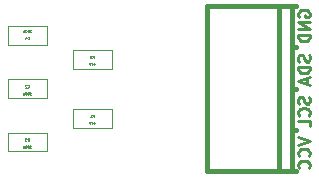
<source format=gbr>
G04 #@! TF.GenerationSoftware,KiCad,Pcbnew,(5.0.0)*
G04 #@! TF.CreationDate,2019-11-27T07:53:08+01:00*
G04 #@! TF.ProjectId,hexagon,68657861676F6E2E6B696361645F7063,rev?*
G04 #@! TF.SameCoordinates,Original*
G04 #@! TF.FileFunction,Legend,Bot*
G04 #@! TF.FilePolarity,Positive*
%FSLAX46Y46*%
G04 Gerber Fmt 4.6, Leading zero omitted, Abs format (unit mm)*
G04 Created by KiCad (PCBNEW (5.0.0)) date 11/27/19 07:53:08*
%MOMM*%
%LPD*%
G01*
G04 APERTURE LIST*
%ADD10C,0.001000*%
%ADD11C,0.381000*%
%ADD12C,0.050000*%
%ADD13C,0.250000*%
G04 APERTURE END LIST*
D10*
G04 #@! TO.C,C5*
X81651000Y-37775100D02*
X78349000Y-37775100D01*
X81651000Y-36174900D02*
X81651000Y-37775100D01*
X78349000Y-36174900D02*
X81651000Y-36174900D01*
X78349000Y-37775100D02*
X78349000Y-36174900D01*
G04 #@! TO.C,R1*
X83849000Y-35775100D02*
X83849000Y-34174900D01*
X83849000Y-34174900D02*
X87151000Y-34174900D01*
X87151000Y-34174900D02*
X87151000Y-35775100D01*
X87151000Y-35775100D02*
X83849000Y-35775100D01*
G04 #@! TO.C,C4*
X81651000Y-27174900D02*
X81651000Y-28775100D01*
X81651000Y-28775100D02*
X78349000Y-28775100D01*
X78349000Y-28775100D02*
X78349000Y-27174900D01*
X78349000Y-27174900D02*
X81651000Y-27174900D01*
G04 #@! TO.C,R2*
X87151000Y-30775100D02*
X83849000Y-30775100D01*
X87151000Y-29174900D02*
X87151000Y-30775100D01*
X83849000Y-29174900D02*
X87151000Y-29174900D01*
X83849000Y-30775100D02*
X83849000Y-29174900D01*
G04 #@! TO.C,C2*
X78349000Y-33275100D02*
X78349000Y-31674900D01*
X78349000Y-31674900D02*
X81651000Y-31674900D01*
X81651000Y-31674900D02*
X81651000Y-33275100D01*
X81651000Y-33275100D02*
X78349000Y-33275100D01*
D11*
G04 #@! TO.C,J5*
X95200000Y-39475000D02*
X95200000Y-25475000D01*
X102800000Y-39475000D02*
X95200000Y-39475000D01*
X95200000Y-25475000D02*
X102800000Y-25475000D01*
X102400000Y-25475000D02*
X102400000Y-39475000D01*
X101300000Y-25475000D02*
X101300000Y-39475000D01*
X102400000Y-35975000D02*
X102800000Y-35975000D01*
X102400000Y-32475000D02*
X102800000Y-32475000D01*
X102400000Y-28975000D02*
X102800000Y-28975000D01*
G04 #@! TO.C,C5*
D12*
X80033333Y-36846428D02*
X80042857Y-36855952D01*
X80071428Y-36865476D01*
X80090476Y-36865476D01*
X80119047Y-36855952D01*
X80138095Y-36836904D01*
X80147619Y-36817857D01*
X80157142Y-36779761D01*
X80157142Y-36751190D01*
X80147619Y-36713095D01*
X80138095Y-36694047D01*
X80119047Y-36675000D01*
X80090476Y-36665476D01*
X80071428Y-36665476D01*
X80042857Y-36675000D01*
X80033333Y-36684523D01*
X79852380Y-36665476D02*
X79947619Y-36665476D01*
X79957142Y-36760714D01*
X79947619Y-36751190D01*
X79928571Y-36741666D01*
X79880952Y-36741666D01*
X79861904Y-36751190D01*
X79852380Y-36760714D01*
X79842857Y-36779761D01*
X79842857Y-36827380D01*
X79852380Y-36846428D01*
X79861904Y-36855952D01*
X79880952Y-36865476D01*
X79928571Y-36865476D01*
X79947619Y-36855952D01*
X79957142Y-36846428D01*
X80223809Y-37465476D02*
X80338095Y-37465476D01*
X80280952Y-37465476D02*
X80280952Y-37265476D01*
X80300000Y-37294047D01*
X80319047Y-37313095D01*
X80338095Y-37322619D01*
X80100000Y-37265476D02*
X80080952Y-37265476D01*
X80061904Y-37275000D01*
X80052380Y-37284523D01*
X80042857Y-37303571D01*
X80033333Y-37341666D01*
X80033333Y-37389285D01*
X80042857Y-37427380D01*
X80052380Y-37446428D01*
X80061904Y-37455952D01*
X80080952Y-37465476D01*
X80100000Y-37465476D01*
X80119047Y-37455952D01*
X80128571Y-37446428D01*
X80138095Y-37427380D01*
X80147619Y-37389285D01*
X80147619Y-37341666D01*
X80138095Y-37303571D01*
X80128571Y-37284523D01*
X80119047Y-37275000D01*
X80100000Y-37265476D01*
X79909523Y-37265476D02*
X79890476Y-37265476D01*
X79871428Y-37275000D01*
X79861904Y-37284523D01*
X79852380Y-37303571D01*
X79842857Y-37341666D01*
X79842857Y-37389285D01*
X79852380Y-37427380D01*
X79861904Y-37446428D01*
X79871428Y-37455952D01*
X79890476Y-37465476D01*
X79909523Y-37465476D01*
X79928571Y-37455952D01*
X79938095Y-37446428D01*
X79947619Y-37427380D01*
X79957142Y-37389285D01*
X79957142Y-37341666D01*
X79947619Y-37303571D01*
X79938095Y-37284523D01*
X79928571Y-37275000D01*
X79909523Y-37265476D01*
X79757142Y-37332142D02*
X79757142Y-37465476D01*
X79757142Y-37351190D02*
X79747619Y-37341666D01*
X79728571Y-37332142D01*
X79700000Y-37332142D01*
X79680952Y-37341666D01*
X79671428Y-37360714D01*
X79671428Y-37465476D01*
G04 #@! TO.C,R1*
X85533333Y-34865476D02*
X85600000Y-34770238D01*
X85647619Y-34865476D02*
X85647619Y-34665476D01*
X85571428Y-34665476D01*
X85552380Y-34675000D01*
X85542857Y-34684523D01*
X85533333Y-34703571D01*
X85533333Y-34732142D01*
X85542857Y-34751190D01*
X85552380Y-34760714D01*
X85571428Y-34770238D01*
X85647619Y-34770238D01*
X85342857Y-34865476D02*
X85457142Y-34865476D01*
X85400000Y-34865476D02*
X85400000Y-34665476D01*
X85419047Y-34694047D01*
X85438095Y-34713095D01*
X85457142Y-34722619D01*
X85638095Y-35332142D02*
X85638095Y-35465476D01*
X85685714Y-35255952D02*
X85733333Y-35398809D01*
X85609523Y-35398809D01*
X85533333Y-35465476D02*
X85533333Y-35265476D01*
X85514285Y-35389285D02*
X85457142Y-35465476D01*
X85457142Y-35332142D02*
X85533333Y-35408333D01*
X85390476Y-35265476D02*
X85257142Y-35265476D01*
X85342857Y-35465476D01*
G04 #@! TO.C,C4*
X80033333Y-28246428D02*
X80042857Y-28255952D01*
X80071428Y-28265476D01*
X80090476Y-28265476D01*
X80119047Y-28255952D01*
X80138095Y-28236904D01*
X80147619Y-28217857D01*
X80157142Y-28179761D01*
X80157142Y-28151190D01*
X80147619Y-28113095D01*
X80138095Y-28094047D01*
X80119047Y-28075000D01*
X80090476Y-28065476D01*
X80071428Y-28065476D01*
X80042857Y-28075000D01*
X80033333Y-28084523D01*
X79861904Y-28132142D02*
X79861904Y-28265476D01*
X79909523Y-28055952D02*
X79957142Y-28198809D01*
X79833333Y-28198809D01*
X80223809Y-27665476D02*
X80338095Y-27665476D01*
X80280952Y-27665476D02*
X80280952Y-27465476D01*
X80300000Y-27494047D01*
X80319047Y-27513095D01*
X80338095Y-27522619D01*
X80100000Y-27465476D02*
X80080952Y-27465476D01*
X80061904Y-27475000D01*
X80052380Y-27484523D01*
X80042857Y-27503571D01*
X80033333Y-27541666D01*
X80033333Y-27589285D01*
X80042857Y-27627380D01*
X80052380Y-27646428D01*
X80061904Y-27655952D01*
X80080952Y-27665476D01*
X80100000Y-27665476D01*
X80119047Y-27655952D01*
X80128571Y-27646428D01*
X80138095Y-27627380D01*
X80147619Y-27589285D01*
X80147619Y-27541666D01*
X80138095Y-27503571D01*
X80128571Y-27484523D01*
X80119047Y-27475000D01*
X80100000Y-27465476D01*
X79909523Y-27465476D02*
X79890476Y-27465476D01*
X79871428Y-27475000D01*
X79861904Y-27484523D01*
X79852380Y-27503571D01*
X79842857Y-27541666D01*
X79842857Y-27589285D01*
X79852380Y-27627380D01*
X79861904Y-27646428D01*
X79871428Y-27655952D01*
X79890476Y-27665476D01*
X79909523Y-27665476D01*
X79928571Y-27655952D01*
X79938095Y-27646428D01*
X79947619Y-27627380D01*
X79957142Y-27589285D01*
X79957142Y-27541666D01*
X79947619Y-27503571D01*
X79938095Y-27484523D01*
X79928571Y-27475000D01*
X79909523Y-27465476D01*
X79757142Y-27532142D02*
X79757142Y-27665476D01*
X79757142Y-27551190D02*
X79747619Y-27541666D01*
X79728571Y-27532142D01*
X79700000Y-27532142D01*
X79680952Y-27541666D01*
X79671428Y-27560714D01*
X79671428Y-27665476D01*
G04 #@! TO.C,R2*
X85533333Y-29865476D02*
X85600000Y-29770238D01*
X85647619Y-29865476D02*
X85647619Y-29665476D01*
X85571428Y-29665476D01*
X85552380Y-29675000D01*
X85542857Y-29684523D01*
X85533333Y-29703571D01*
X85533333Y-29732142D01*
X85542857Y-29751190D01*
X85552380Y-29760714D01*
X85571428Y-29770238D01*
X85647619Y-29770238D01*
X85457142Y-29684523D02*
X85447619Y-29675000D01*
X85428571Y-29665476D01*
X85380952Y-29665476D01*
X85361904Y-29675000D01*
X85352380Y-29684523D01*
X85342857Y-29703571D01*
X85342857Y-29722619D01*
X85352380Y-29751190D01*
X85466666Y-29865476D01*
X85342857Y-29865476D01*
X85638095Y-30332142D02*
X85638095Y-30465476D01*
X85685714Y-30255952D02*
X85733333Y-30398809D01*
X85609523Y-30398809D01*
X85533333Y-30465476D02*
X85533333Y-30265476D01*
X85514285Y-30389285D02*
X85457142Y-30465476D01*
X85457142Y-30332142D02*
X85533333Y-30408333D01*
X85390476Y-30265476D02*
X85257142Y-30265476D01*
X85342857Y-30465476D01*
G04 #@! TO.C,C2*
X80033333Y-32346428D02*
X80042857Y-32355952D01*
X80071428Y-32365476D01*
X80090476Y-32365476D01*
X80119047Y-32355952D01*
X80138095Y-32336904D01*
X80147619Y-32317857D01*
X80157142Y-32279761D01*
X80157142Y-32251190D01*
X80147619Y-32213095D01*
X80138095Y-32194047D01*
X80119047Y-32175000D01*
X80090476Y-32165476D01*
X80071428Y-32165476D01*
X80042857Y-32175000D01*
X80033333Y-32184523D01*
X79957142Y-32184523D02*
X79947619Y-32175000D01*
X79928571Y-32165476D01*
X79880952Y-32165476D01*
X79861904Y-32175000D01*
X79852380Y-32184523D01*
X79842857Y-32203571D01*
X79842857Y-32222619D01*
X79852380Y-32251190D01*
X79966666Y-32365476D01*
X79842857Y-32365476D01*
X80223809Y-32965476D02*
X80338095Y-32965476D01*
X80280952Y-32965476D02*
X80280952Y-32765476D01*
X80300000Y-32794047D01*
X80319047Y-32813095D01*
X80338095Y-32822619D01*
X80100000Y-32765476D02*
X80080952Y-32765476D01*
X80061904Y-32775000D01*
X80052380Y-32784523D01*
X80042857Y-32803571D01*
X80033333Y-32841666D01*
X80033333Y-32889285D01*
X80042857Y-32927380D01*
X80052380Y-32946428D01*
X80061904Y-32955952D01*
X80080952Y-32965476D01*
X80100000Y-32965476D01*
X80119047Y-32955952D01*
X80128571Y-32946428D01*
X80138095Y-32927380D01*
X80147619Y-32889285D01*
X80147619Y-32841666D01*
X80138095Y-32803571D01*
X80128571Y-32784523D01*
X80119047Y-32775000D01*
X80100000Y-32765476D01*
X79909523Y-32765476D02*
X79890476Y-32765476D01*
X79871428Y-32775000D01*
X79861904Y-32784523D01*
X79852380Y-32803571D01*
X79842857Y-32841666D01*
X79842857Y-32889285D01*
X79852380Y-32927380D01*
X79861904Y-32946428D01*
X79871428Y-32955952D01*
X79890476Y-32965476D01*
X79909523Y-32965476D01*
X79928571Y-32955952D01*
X79938095Y-32946428D01*
X79947619Y-32927380D01*
X79957142Y-32889285D01*
X79957142Y-32841666D01*
X79947619Y-32803571D01*
X79938095Y-32784523D01*
X79928571Y-32775000D01*
X79909523Y-32765476D01*
X79757142Y-32832142D02*
X79757142Y-32965476D01*
X79757142Y-32851190D02*
X79747619Y-32841666D01*
X79728571Y-32832142D01*
X79700000Y-32832142D01*
X79680952Y-32841666D01*
X79671428Y-32860714D01*
X79671428Y-32965476D01*
G04 #@! TO.C,J5*
D13*
X103000000Y-26355952D02*
X102952380Y-26260714D01*
X102952380Y-26117857D01*
X103000000Y-25975000D01*
X103095238Y-25879761D01*
X103190476Y-25832142D01*
X103380952Y-25784523D01*
X103523809Y-25784523D01*
X103714285Y-25832142D01*
X103809523Y-25879761D01*
X103904761Y-25975000D01*
X103952380Y-26117857D01*
X103952380Y-26213095D01*
X103904761Y-26355952D01*
X103857142Y-26403571D01*
X103523809Y-26403571D01*
X103523809Y-26213095D01*
X103952380Y-26832142D02*
X102952380Y-26832142D01*
X103952380Y-27403571D01*
X102952380Y-27403571D01*
X103952380Y-27879761D02*
X102952380Y-27879761D01*
X102952380Y-28117857D01*
X103000000Y-28260714D01*
X103095238Y-28355952D01*
X103190476Y-28403571D01*
X103380952Y-28451190D01*
X103523809Y-28451190D01*
X103714285Y-28403571D01*
X103809523Y-28355952D01*
X103904761Y-28260714D01*
X103952380Y-28117857D01*
X103952380Y-27879761D01*
X103904761Y-29594047D02*
X103952380Y-29736904D01*
X103952380Y-29975000D01*
X103904761Y-30070238D01*
X103857142Y-30117857D01*
X103761904Y-30165476D01*
X103666666Y-30165476D01*
X103571428Y-30117857D01*
X103523809Y-30070238D01*
X103476190Y-29975000D01*
X103428571Y-29784523D01*
X103380952Y-29689285D01*
X103333333Y-29641666D01*
X103238095Y-29594047D01*
X103142857Y-29594047D01*
X103047619Y-29641666D01*
X103000000Y-29689285D01*
X102952380Y-29784523D01*
X102952380Y-30022619D01*
X103000000Y-30165476D01*
X103952380Y-30594047D02*
X102952380Y-30594047D01*
X102952380Y-30832142D01*
X103000000Y-30975000D01*
X103095238Y-31070238D01*
X103190476Y-31117857D01*
X103380952Y-31165476D01*
X103523809Y-31165476D01*
X103714285Y-31117857D01*
X103809523Y-31070238D01*
X103904761Y-30975000D01*
X103952380Y-30832142D01*
X103952380Y-30594047D01*
X103666666Y-31546428D02*
X103666666Y-32022619D01*
X103952380Y-31451190D02*
X102952380Y-31784523D01*
X103952380Y-32117857D01*
X103904761Y-33165476D02*
X103952380Y-33308333D01*
X103952380Y-33546428D01*
X103904761Y-33641666D01*
X103857142Y-33689285D01*
X103761904Y-33736904D01*
X103666666Y-33736904D01*
X103571428Y-33689285D01*
X103523809Y-33641666D01*
X103476190Y-33546428D01*
X103428571Y-33355952D01*
X103380952Y-33260714D01*
X103333333Y-33213095D01*
X103238095Y-33165476D01*
X103142857Y-33165476D01*
X103047619Y-33213095D01*
X103000000Y-33260714D01*
X102952380Y-33355952D01*
X102952380Y-33594047D01*
X103000000Y-33736904D01*
X103857142Y-34736904D02*
X103904761Y-34689285D01*
X103952380Y-34546428D01*
X103952380Y-34451190D01*
X103904761Y-34308333D01*
X103809523Y-34213095D01*
X103714285Y-34165476D01*
X103523809Y-34117857D01*
X103380952Y-34117857D01*
X103190476Y-34165476D01*
X103095238Y-34213095D01*
X103000000Y-34308333D01*
X102952380Y-34451190D01*
X102952380Y-34546428D01*
X103000000Y-34689285D01*
X103047619Y-34736904D01*
X103952380Y-35641666D02*
X103952380Y-35165476D01*
X102952380Y-35165476D01*
X102952380Y-36594047D02*
X103952380Y-36927380D01*
X102952380Y-37260714D01*
X103857142Y-38165476D02*
X103904761Y-38117857D01*
X103952380Y-37975000D01*
X103952380Y-37879761D01*
X103904761Y-37736904D01*
X103809523Y-37641666D01*
X103714285Y-37594047D01*
X103523809Y-37546428D01*
X103380952Y-37546428D01*
X103190476Y-37594047D01*
X103095238Y-37641666D01*
X103000000Y-37736904D01*
X102952380Y-37879761D01*
X102952380Y-37975000D01*
X103000000Y-38117857D01*
X103047619Y-38165476D01*
X103857142Y-39165476D02*
X103904761Y-39117857D01*
X103952380Y-38975000D01*
X103952380Y-38879761D01*
X103904761Y-38736904D01*
X103809523Y-38641666D01*
X103714285Y-38594047D01*
X103523809Y-38546428D01*
X103380952Y-38546428D01*
X103190476Y-38594047D01*
X103095238Y-38641666D01*
X103000000Y-38736904D01*
X102952380Y-38879761D01*
X102952380Y-38975000D01*
X103000000Y-39117857D01*
X103047619Y-39165476D01*
G04 #@! TD*
M02*

</source>
